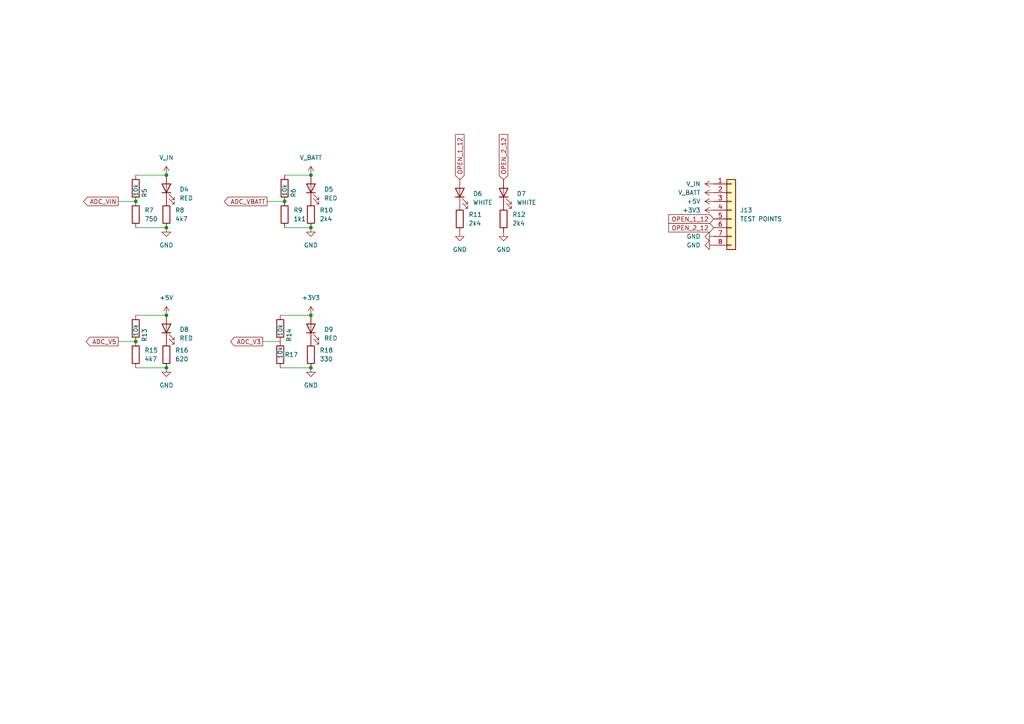
<source format=kicad_sch>
(kicad_sch (version 20211123) (generator eeschema)
  (paper "A4")
  (lib_symbols
    (symbol "Connector_Generic:Conn_01x08" (pin_names (offset 1.016) hide)
      (property "Reference" "J" (at 0 10.16 0))
      (property "Value" "Conn_01x08" (at 0 -12.7 0))
      (symbol "Conn_01x08_1_1"
        (rectangle (start -1.27 -10.033) (end 0 -10.287) (stroke (width 0.1524)))
        (rectangle (start -1.27 -7.493) (end 0 -7.747) (stroke (width 0.1524)))
        (rectangle (start -1.27 -4.953) (end 0 -5.207) (stroke (width 0.1524)))
        (rectangle (start -1.27 -2.413) (end 0 -2.667) (stroke (width 0.1524)))
        (rectangle (start -1.27 0.127) (end 0 -0.127) (stroke (width 0.1524)))
        (rectangle (start -1.27 2.667) (end 0 2.413) (stroke (width 0.1524)))
        (rectangle (start -1.27 5.207) (end 0 4.953) (stroke (width 0.1524)))
        (rectangle (start -1.27 7.747) (end 0 7.493) (stroke (width 0.1524)))
        (rectangle (start -1.27 8.89) (end 1.27 -11.43) (stroke (width 0.254)) (fill (type background)))
        (pin passive line (at -5.08 7.62 0) (length 3.81) (name "Pin_1") (number "1"))
        (pin passive line (at -5.08 5.08 0) (length 3.81) (name "Pin_2") (number "2"))
        (pin passive line (at -5.08 2.54 0) (length 3.81) (name "Pin_3") (number "3"))
        (pin passive line (at -5.08 0 0) (length 3.81) (name "Pin_4") (number "4"))
        (pin passive line (at -5.08 -2.54 0) (length 3.81) (name "Pin_5") (number "5"))
        (pin passive line (at -5.08 -5.08 0) (length 3.81) (name "Pin_6") (number "6"))
        (pin passive line (at -5.08 -7.62 0) (length 3.81) (name "Pin_7") (number "7"))
        (pin passive line (at -5.08 -10.16 0) (length 3.81) (name "Pin_8") (number "8"))
      )
    )
    (symbol "Device:LED" (pin_numbers hide) (pin_names (offset 1.016) hide)
      (property "Reference" "D" (at 0 2.54 0))
      (property "Value" "LED" (at 0 -2.54 0))
      (symbol "LED_0_1"
        (polyline (pts (xy -1.27 -1.27) (xy -1.27 1.27)) (stroke (width 0.254)))
        (polyline (pts (xy -1.27 0) (xy 1.27 0)))
        (polyline (pts (xy 1.27 -1.27) (xy 1.27 1.27) (xy -1.27 0) (xy 1.27 -1.27)) (stroke (width 0.254)))
        (polyline (pts (xy -3.048 -0.762) (xy -4.572 -2.286) (xy -3.81 -2.286) (xy -4.572 -2.286) (xy -4.572 -1.524)))
        (polyline (pts (xy -1.778 -0.762) (xy -3.302 -2.286) (xy -2.54 -2.286) (xy -3.302 -2.286) (xy -3.302 -1.524)))
      )
      (symbol "LED_1_1"
        (pin passive line (at -3.81 0 0) (length 2.54) (name "K") (number "1"))
        (pin passive line (at 3.81 0 180) (length 2.54) (name "A") (number "2"))
      )
    )
    (symbol "Device:R" (pin_numbers hide) (pin_names (offset 0))
      (property "Reference" "R" (at 2.032 0 90))
      (property "Value" "R" (at 0 0 90))
      (symbol "R_0_1"
        (rectangle (start -1.016 -2.54) (end 1.016 2.54) (stroke (width 0.254)))
      )
      (symbol "R_1_1"
        (pin passive line (at 0 3.81 270) (length 1.27) (name "~") (number "1"))
        (pin passive line (at 0 -3.81 90) (length 1.27) (name "~") (number "2"))
      )
    )
    (symbol "Power:V_BATT" (power) (pin_names (offset 0))
      (property "Value" "V_BATT" (at 0 3.556 0))
      (symbol "V_BATT_0_1"
        (polyline (pts (xy -0.762 1.27) (xy 0 2.54)))
        (polyline (pts (xy 0 0) (xy 0 2.54)))
        (polyline (pts (xy 0 2.54) (xy 0.762 1.27)))
      )
      (symbol "V_BATT_1_1"
        (pin power_in line (at 0 0 90) (length 0) hide (name "V_BATT") (number "1"))
      )
    )
    (symbol "Power:V_IN" (power) (pin_names (offset 0))
      (property "Value" "V_IN" (at 0 3.556 0))
      (symbol "V_IN_0_1"
        (polyline (pts (xy -0.762 1.27) (xy 0 2.54)))
        (polyline (pts (xy 0 0) (xy 0 2.54)))
        (polyline (pts (xy 0 2.54) (xy 0.762 1.27)))
      )
      (symbol "V_IN_1_1"
        (pin power_in line (at 0 0 90) (length 0) hide (name "V_IN") (number "1"))
      )
    )
    (symbol "V_BATT_1" (power) (pin_names (offset 0))
      (property "Value" "V_BATT_1" (at 0 3.556 0))
      (symbol "V_BATT_1_0_1"
        (polyline (pts (xy -0.762 1.27) (xy 0 2.54)))
        (polyline (pts (xy 0 0) (xy 0 2.54)))
        (polyline (pts (xy 0 2.54) (xy 0.762 1.27)))
      )
      (symbol "V_BATT_1_1_1"
        (pin power_in line (at 0 0 90) (length 0) hide (name "V_BATT") (number "1"))
      )
    )
    (symbol "power:+3V3" (power) (pin_names (offset 0))
      (property "Value" "+3V3" (at 0 3.556 0))
      (symbol "+3V3_0_1"
        (polyline (pts (xy -0.762 1.27) (xy 0 2.54)))
        (polyline (pts (xy 0 0) (xy 0 2.54)))
        (polyline (pts (xy 0 2.54) (xy 0.762 1.27)))
      )
      (symbol "+3V3_1_1"
        (pin power_in line (at 0 0 90) (length 0) hide (name "+3V3") (number "1"))
      )
    )
    (symbol "power:+5V" (power) (pin_names (offset 0))
      (property "Value" "+5V" (at 0 3.556 0))
      (symbol "+5V_0_1"
        (polyline (pts (xy -0.762 1.27) (xy 0 2.54)))
        (polyline (pts (xy 0 0) (xy 0 2.54)))
        (polyline (pts (xy 0 2.54) (xy 0.762 1.27)))
      )
      (symbol "+5V_1_1"
        (pin power_in line (at 0 0 90) (length 0) hide (name "+5V") (number "1"))
      )
    )
    (symbol "power:GND" (power) (pin_names (offset 0))
      (property "Value" "GND" (at 0 -3.81 0))
      (symbol "GND_0_1"
        (polyline (pts (xy 0 0) (xy 0 -1.27) (xy 1.27 -1.27) (xy 0 -2.54) (xy -1.27 -1.27) (xy 0 -1.27)))
      )
      (symbol "GND_1_1"
        (pin power_in line (at 0 0 270) (length 0) hide (name "GND") (number "1"))
      )
    )
  )
  (junction (at 39.37 58.42))
  (junction (at 48.26 91.44))
  (junction (at 90.17 66.04))
  (junction (at 48.26 106.68))
  (junction (at 90.17 50.8))
  (junction (at 90.17 106.68))
  (junction (at 48.26 66.04))
  (junction (at 48.26 50.8))
  (junction (at 90.17 91.44))
  (junction (at 39.37 99.06))
  (junction (at 82.55 58.42))
  (wire (pts (xy 39.37 106.68) (xy 48.26 106.68)))
  (wire (pts (xy 82.55 50.8) (xy 90.17 50.8)))
  (wire (pts (xy 34.29 58.42) (xy 39.37 58.42)))
  (wire (pts (xy 39.37 50.8) (xy 48.26 50.8)))
  (wire (pts (xy 81.28 106.68) (xy 90.17 106.68)))
  (wire (pts (xy 39.37 66.04) (xy 48.26 66.04)))
  (wire (pts (xy 76.2 99.06) (xy 81.28 99.06)))
  (wire (pts (xy 77.47 58.42) (xy 82.55 58.42)))
  (wire (pts (xy 81.28 91.44) (xy 90.17 91.44)))
  (wire (pts (xy 34.29 99.06) (xy 39.37 99.06)))
  (wire (pts (xy 82.55 66.04) (xy 90.17 66.04)))
  (wire (pts (xy 39.37 91.44) (xy 48.26 91.44)))
  (global_label "ADC_VBATT" (shape output) (at 77.47 58.42 180) (property "Intersheet References" "${INTERSHEET_REFS}" (effects hide)))
  (global_label "ADC_VIN" (shape output) (at 34.29 58.42 180) (property "Intersheet References" "${INTERSHEET_REFS}" (effects hide)))
  (global_label "OPEN_2_12" (shape input) (at 207.01 66.04 180) (property "Intersheet References" "${INTERSHEET_REFS}" (effects hide)))
  (global_label "OPEN_1_12" (shape input) (at 207.01 63.5 180) (property "Intersheet References" "${INTERSHEET_REFS}" (effects hide)))
  (global_label "ADC_V5" (shape output) (at 34.29 99.06 180) (property "Intersheet References" "${INTERSHEET_REFS}" (effects hide)))
  (global_label "ADC_V3" (shape output) (at 76.2 99.06 180) (property "Intersheet References" "${INTERSHEET_REFS}" (effects hide)))
  (global_label "OPEN_2_12" (shape input) (at 146.05 52.07 90) (property "Intersheet References" "${INTERSHEET_REFS}" (effects hide)))
  (global_label "OPEN_1_12" (shape input) (at 133.35 52.07 90) (property "Intersheet References" "${INTERSHEET_REFS}" (effects hide)))
  (symbol (lib_id "Device:R") (at 133.35 63.5 0) (unit 1)
    (property "Reference" "R11" (at 135.89 62.2299 0) (effects (justify left)))
    (property "Value" "2k4" (at 135.89 64.7699 0) (effects (justify left)))
    (property "Footprint" "Resistor_SMD:R_0603_1608Metric" (effects hide))
    (property "LCSC" "C22940" (effects hide))
  )
  (symbol (lib_id "Device:R") (at 39.37 54.61 180) (unit 1)
    (property "Reference" "R5" (at 41.91 54.61 90) (effects (justify left)))
    (property "Value" "10k" (at 39.37 53.34 90) (effects (justify left)))
    (property "Footprint" "Resistor_SMD:R_0603_1608Metric" (effects hide))
    (property "LCSC" "C25804" (effects hide))
  )
  (symbol (lib_id "power:GND") (at 207.01 68.58 270) (unit 1)
    (property "Reference" "#PWR047" (effects hide))
    (property "Value" "GND" (at 203.2 68.5799 90) (effects (justify right)))
  )
  (symbol (lib_id "Device:R") (at 81.28 95.25 180) (unit 1)
    (property "Reference" "R14" (at 83.82 95.25 90) (effects (justify left)))
    (property "Value" "10k" (at 81.28 93.98 90) (effects (justify left)))
    (property "Footprint" "Resistor_SMD:R_0603_1608Metric" (effects hide))
    (property "LCSC" "C25804" (effects hide))
  )
  (symbol (lib_id "power:+3V3") (at 90.17 91.44 0) (unit 1)
    (property "Reference" "#PWR050" (effects hide))
    (property "Value" "+3V3" (at 90.17 86.36 0))
  )
  (symbol (lib_id "Device:R") (at 146.05 63.5 0) (unit 1)
    (property "Reference" "R12" (at 148.59 62.2299 0) (effects (justify left)))
    (property "Value" "2k4" (at 148.59 64.7699 0) (effects (justify left)))
    (property "Footprint" "Resistor_SMD:R_0603_1608Metric" (effects hide))
    (property "LCSC" "C22940" (effects hide))
  )
  (symbol (lib_id "Connector_Generic:Conn_01x08") (at 212.09 60.96 0) (unit 1)
    (property "Reference" "J13" (at 214.63 60.9599 0) (effects (justify left)))
    (property "Value" "TEST POINTS" (at 214.63 63.4999 0) (effects (justify left)))
    (property "Footprint" "Connector_PinHeader_2.54mm:PinHeader_1x08_P2.54mm_Vertical" (effects hide))
  )
  (symbol (lib_id "power:GND") (at 146.05 67.31 0) (unit 1)
    (property "Reference" "#PWR046" (effects hide))
    (property "Value" "GND" (at 146.05 72.39 0))
  )
  (symbol (lib_id "Device:R") (at 90.17 62.23 0) (unit 1)
    (property "Reference" "R10" (at 92.71 60.9599 0) (effects (justify left)))
    (property "Value" "2k4" (at 92.71 63.4999 0) (effects (justify left)))
    (property "Footprint" "Resistor_SMD:R_0603_1608Metric" (effects hide))
    (property "LCSC" "C22940" (effects hide))
  )
  (symbol (lib_id "Device:R") (at 39.37 95.25 180) (unit 1)
    (property "Reference" "R13" (at 41.91 95.25 90) (effects (justify left)))
    (property "Value" "10k" (at 39.37 93.98 90) (effects (justify left)))
    (property "Footprint" "Resistor_SMD:R_0603_1608Metric" (effects hide))
    (property "LCSC" "C25804" (effects hide))
  )
  (symbol (lib_id "power:GND") (at 90.17 106.68 0) (unit 1)
    (property "Reference" "#PWR052" (effects hide))
    (property "Value" "GND" (at 90.17 111.76 0))
  )
  (symbol (lib_id "power:GND") (at 48.26 66.04 0) (unit 1)
    (property "Reference" "#PWR043" (effects hide))
    (property "Value" "GND" (at 48.26 71.12 0))
  )
  (symbol (lib_id "power:+3V3") (at 207.01 60.96 90) (unit 1)
    (property "Reference" "#PWR042" (effects hide))
    (property "Value" "+3V3" (at 203.2 60.9599 90) (effects (justify left)))
  )
  (symbol (lib_id "power:GND") (at 48.26 106.68 0) (unit 1)
    (property "Reference" "#PWR051" (effects hide))
    (property "Value" "GND" (at 48.26 111.76 0))
  )
  (symbol (lib_id "Device:LED") (at 133.35 55.88 90) (unit 1)
    (property "Reference" "D6" (at 137.16 56.1974 90) (effects (justify right)))
    (property "Value" "WHITE" (at 137.16 58.7374 90) (effects (justify right)))
    (property "Footprint" "LED_SMD:LED_0603_1608Metric" (effects hide))
    (property "LCSC" "C2290" (effects hide))
  )
  (symbol (lib_id "Device:R") (at 39.37 62.23 0) (unit 1)
    (property "Reference" "R7" (at 41.91 60.9599 0) (effects (justify left)))
    (property "Value" "750" (at 41.91 63.4999 0) (effects (justify left)))
    (property "Footprint" "Resistor_SMD:R_0603_1608Metric" (effects hide))
    (property "LCSC" "C23241" (effects hide))
  )
  (symbol (lib_id "Device:R") (at 48.26 62.23 0) (unit 1)
    (property "Reference" "R8" (at 50.8 60.9599 0) (effects (justify left)))
    (property "Value" "4k7" (at 50.8 63.4999 0) (effects (justify left)))
    (property "Footprint" "Resistor_SMD:R_0603_1608Metric" (effects hide))
    (property "LCSC" "C23162" (effects hide))
  )
  (symbol (lib_id "Device:LED") (at 90.17 95.25 90) (unit 1)
    (property "Reference" "D9" (at 93.98 95.5674 90) (effects (justify right)))
    (property "Value" "RED" (at 93.98 98.1074 90) (effects (justify right)))
    (property "Footprint" "LED_SMD:LED_0603_1608Metric" (effects hide))
    (property "LCSC" "C2286" (effects hide))
  )
  (symbol (lib_id "Device:R") (at 81.28 102.87 0) (unit 1)
    (property "Reference" "R17" (at 82.55 102.87 0) (effects (justify left)))
    (property "Value" "10k" (at 81.28 104.14 90) (effects (justify left)))
    (property "Footprint" "Resistor_SMD:R_0603_1608Metric" (effects hide))
    (property "LCSC" "C25804" (effects hide))
  )
  (symbol (lib_id "Power:V_IN") (at 207.01 53.34 90) (unit 1)
    (property "Reference" "#PWR039" (effects hide))
    (property "Value" "V_IN" (at 203.2 53.3399 90) (effects (justify left)))
  )
  (symbol (lib_id "Device:R") (at 90.17 102.87 0) (unit 1)
    (property "Reference" "R18" (at 92.71 101.5999 0) (effects (justify left)))
    (property "Value" "330" (at 92.71 104.1399 0) (effects (justify left)))
    (property "Footprint" "Resistor_SMD:R_0603_1608Metric" (effects hide))
    (property "LCSC" "C23138" (effects hide))
  )
  (symbol (lib_id "Device:LED") (at 90.17 54.61 90) (unit 1)
    (property "Reference" "D5" (at 93.98 54.9274 90) (effects (justify right)))
    (property "Value" "RED" (at 93.98 57.4674 90) (effects (justify right)))
    (property "Footprint" "LED_SMD:LED_0603_1608Metric" (effects hide))
    (property "LCSC" "C2286" (effects hide))
  )
  (symbol (lib_id "Device:LED") (at 48.26 95.25 90) (unit 1)
    (property "Reference" "D8" (at 52.07 95.5674 90) (effects (justify right)))
    (property "Value" "RED" (at 52.07 98.1074 90) (effects (justify right)))
    (property "Footprint" "LED_SMD:LED_0603_1608Metric" (effects hide))
    (property "LCSC" "C2286" (effects hide))
  )
  (symbol (lib_id "power:+5V") (at 48.26 91.44 0) (unit 1)
    (property "Reference" "#PWR049" (effects hide))
    (property "Value" "+5V" (at 48.26 86.36 0))
  )
  (symbol (lib_id "Device:R") (at 82.55 54.61 180) (unit 1)
    (property "Reference" "R6" (at 85.09 54.61 90) (effects (justify left)))
    (property "Value" "10k" (at 82.55 53.34 90) (effects (justify left)))
    (property "Footprint" "Resistor_SMD:R_0603_1608Metric" (effects hide))
    (property "LCSC" "C25804" (effects hide))
  )
  (symbol (lib_id "power:GND") (at 207.01 71.12 270) (unit 1)
    (property "Reference" "#PWR048" (effects hide))
    (property "Value" "GND" (at 203.2 71.1199 90) (effects (justify right)))
  )
  (symbol (lib_id "Power:V_BATT") (at 207.01 55.88 90) (unit 1)
    (property "Reference" "#PWR040" (effects hide))
    (property "Value" "V_BATT" (at 203.2 55.8799 90) (effects (justify left)))
  )
  (symbol (lib_id "power:GND") (at 90.17 66.04 0) (unit 1)
    (property "Reference" "#PWR044" (effects hide))
    (property "Value" "GND" (at 90.17 71.12 0))
  )
  (symbol (lib_id "Device:R") (at 82.55 62.23 0) (unit 1)
    (property "Reference" "R9" (at 85.09 60.9599 0) (effects (justify left)))
    (property "Value" "1k1" (at 85.09 63.4999 0) (effects (justify left)))
    (property "Footprint" "Resistor_SMD:R_0603_1608Metric" (effects hide))
    (property "LCSC" "C22764" (effects hide))
  )
  (symbol (lib_id "power:+5V") (at 207.01 58.42 90) (unit 1)
    (property "Reference" "#PWR041" (effects hide))
    (property "Value" "+5V" (at 203.2 58.4199 90) (effects (justify left)))
  )
  (symbol (lib_id "Device:LED") (at 146.05 55.88 90) (unit 1)
    (property "Reference" "D7" (at 149.86 56.1974 90) (effects (justify right)))
    (property "Value" "WHITE" (at 149.86 58.7374 90) (effects (justify right)))
    (property "Footprint" "LED_SMD:LED_0603_1608Metric" (effects hide))
    (property "LCSC" "C2290" (effects hide))
  )
  (symbol (lib_id "Device:R") (at 48.26 102.87 0) (unit 1)
    (property "Reference" "R16" (at 50.8 101.5999 0) (effects (justify left)))
    (property "Value" "620" (at 50.8 104.1399 0) (effects (justify left)))
    (property "Footprint" "Resistor_SMD:R_0603_1608Metric" (effects hide))
    (property "LCSC" "C23220" (effects hide))
  )
  (symbol (lib_id "Power:V_IN") (at 48.26 50.8 0) (unit 1)
    (property "Reference" "#PWR037" (effects hide))
    (property "Value" "V_IN" (at 48.26 45.72 0))
  )
  (symbol (lib_id "Device:LED") (at 48.26 54.61 90) (unit 1)
    (property "Reference" "D4" (at 52.07 54.9274 90) (effects (justify right)))
    (property "Value" "RED" (at 52.07 57.4674 90) (effects (justify right)))
    (property "Footprint" "LED_SMD:LED_0603_1608Metric" (effects hide))
    (property "LCSC" "C2286" (effects hide))
  )
  (symbol (lib_id "power:GND") (at 133.35 67.31 0) (unit 1)
    (property "Reference" "#PWR045" (effects hide))
    (property "Value" "GND" (at 133.35 72.39 0))
  )
  (symbol (lib_id "Device:R") (at 39.37 102.87 0) (unit 1)
    (property "Reference" "R15" (at 41.91 101.5999 0) (effects (justify left)))
    (property "Value" "4k7" (at 41.91 104.1399 0) (effects (justify left)))
    (property "Footprint" "Resistor_SMD:R_0603_1608Metric" (effects hide))
    (property "LCSC" "C23162" (effects hide))
  )
  (symbol (lib_name "V_BATT_1") (lib_id "Power:V_BATT") (at 90.17 50.8 0) (unit 1)
    (property "Reference" "#PWR038" (effects hide))
    (property "Value" "V_BATT" (at 90.17 45.72 0))
  )
)
</source>
